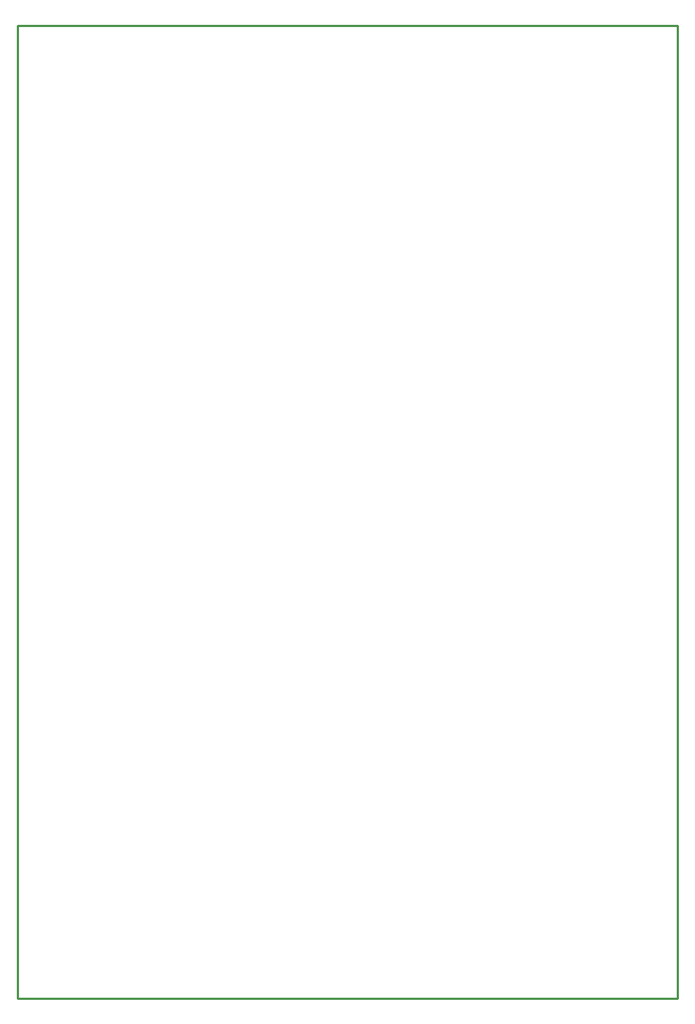
<source format=gko>
G04*
G04 #@! TF.GenerationSoftware,Altium Limited,Altium Designer,21.3.2 (30)*
G04*
G04 Layer_Color=16711935*
%FSLAX25Y25*%
%MOIN*%
G70*
G04*
G04 #@! TF.SameCoordinates,2B475E60-5533-4C64-9BAB-B6E77246D606*
G04*
G04*
G04 #@! TF.FilePolarity,Positive*
G04*
G01*
G75*
%ADD15C,0.01000*%
D15*
Y443700D02*
X300900D01*
X0Y0D02*
X300900D01*
X300900Y443700D02*
X300900Y0D01*
X-0Y443700D02*
X0Y0D01*
M02*

</source>
